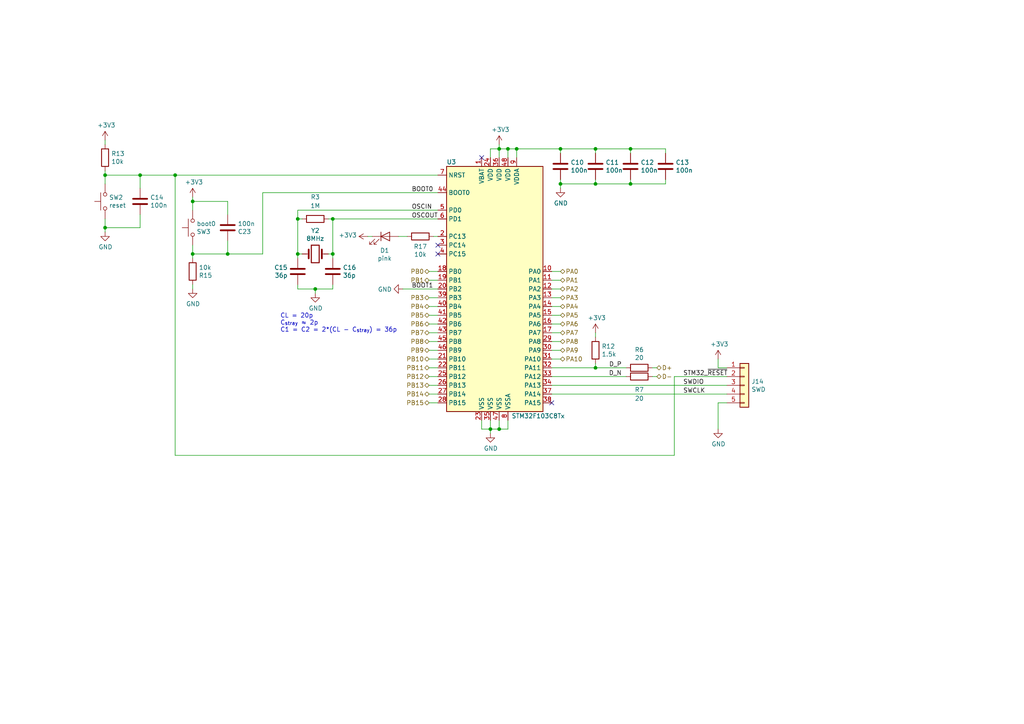
<source format=kicad_sch>
(kicad_sch (version 20200714) (host eeschema "(5.99.0-2360-g1790c536e)")
  (page 1 5)
  (paper "A4")
  (title_block (date "2020-08-29"))
  (lib_symbols
    (symbol "Connector_Generic:Conn_01x05" (pin_names hide)
      (property "Reference" "J" (at 0 7.62 0))
      (property "Value" "Conn_01x05" (at 0 -7.62 0))
      (symbol "Conn_01x05_1_1"
        (rectangle (start -1.27 -4.953) (end 0 -5.207) (stroke (width 0.1524)))
        (rectangle (start -1.27 -2.413) (end 0 -2.667) (stroke (width 0.1524)))
        (rectangle (start -1.27 0.127) (end 0 -0.127) (stroke (width 0.1524)))
        (rectangle (start -1.27 2.667) (end 0 2.413) (stroke (width 0.1524)))
        (rectangle (start -1.27 5.207) (end 0 4.953) (stroke (width 0.1524)))
        (rectangle (start -1.27 6.35) (end 1.27 -6.35) (stroke (width 0.254)) (fill (type background)))
        (pin passive line (at -5.08 5.08 0) (length 3.81) (name "Pin_1") (number "1"))
        (pin passive line (at -5.08 2.54 0) (length 3.81) (name "Pin_2") (number "2"))
        (pin passive line (at -5.08 0 0) (length 3.81) (name "Pin_3") (number "3"))
        (pin passive line (at -5.08 -2.54 0) (length 3.81) (name "Pin_4") (number "4"))
        (pin passive line (at -5.08 -5.08 0) (length 3.81) (name "Pin_5") (number "5"))
      )
    )
    (symbol "Device:C" (pin_numbers hide) (pin_names (offset 0.254))
      (property "Reference" "C" (at 0.635 2.54 0))
      (property "Value" "C" (at 0.635 -2.54 0))
      (symbol "C_0_1"
        (polyline (pts (xy -2.032 -0.762) (xy 2.032 -0.762)) (stroke (width 0.508)))
        (polyline (pts (xy -2.032 0.762) (xy 2.032 0.762)) (stroke (width 0.508)))
      )
      (symbol "C_1_1"
        (pin passive line (at 0 3.81 270) (length 2.794) (name "~") (number "1"))
        (pin passive line (at 0 -3.81 90) (length 2.794) (name "~") (number "2"))
      )
    )
    (symbol "Device:Crystal" (pin_numbers hide) (pin_names hide)
      (property "Reference" "Y" (at 0 3.81 0))
      (property "Value" "Crystal" (at 0 -3.81 0))
      (symbol "Crystal_0_1"
        (rectangle (start -1.143 2.54) (end 1.143 -2.54) (stroke (width 0.3048)))
        (polyline (pts (xy -2.54 0) (xy -1.905 0)))
        (polyline (pts (xy -1.905 -1.27) (xy -1.905 1.27)) (stroke (width 0.508)))
        (polyline (pts (xy 1.905 -1.27) (xy 1.905 1.27)) (stroke (width 0.508)))
        (polyline (pts (xy 2.54 0) (xy 1.905 0)))
      )
      (symbol "Crystal_1_1"
        (pin passive line (at -3.81 0 0) (length 1.27) (name "1") (number "1"))
        (pin passive line (at 3.81 0 180) (length 1.27) (name "2") (number "2"))
      )
    )
    (symbol "Device:LED" (pin_numbers hide) (pin_names hide)
      (property "Reference" "D" (at 0 2.54 0))
      (property "Value" "LED" (at 0 -2.54 0))
      (symbol "LED_0_1"
        (polyline (pts (xy -1.27 -1.27) (xy -1.27 1.27)) (stroke (width 0.2032)))
        (polyline (pts (xy -1.27 0) (xy 1.27 0)))
        (polyline (pts (xy 1.27 -1.27) (xy 1.27 1.27) (xy -1.27 0) (xy 1.27 -1.27)) (stroke (width 0.2032)))
        (polyline (pts (xy -3.048 -0.762) (xy -4.572 -2.286) (xy -3.81 -2.286) (xy -4.572 -2.286) (xy -4.572 -1.524)))
        (polyline (pts (xy -1.778 -0.762) (xy -3.302 -2.286) (xy -2.54 -2.286) (xy -3.302 -2.286) (xy -3.302 -1.524)))
      )
      (symbol "LED_1_1"
        (pin passive line (at -3.81 0 0) (length 2.54) (name "K") (number "1"))
        (pin passive line (at 3.81 0 180) (length 2.54) (name "A") (number "2"))
      )
    )
    (symbol "Device:R" (pin_numbers hide) (pin_names (offset 0))
      (property "Reference" "R" (at 2.032 0 90))
      (property "Value" "R" (at 0 0 90))
      (symbol "R_0_1"
        (rectangle (start -1.016 -2.54) (end 1.016 2.54) (stroke (width 0.254)))
      )
      (symbol "R_1_1"
        (pin passive line (at 0 3.81 270) (length 1.27) (name "~") (number "1"))
        (pin passive line (at 0 -3.81 90) (length 1.27) (name "~") (number "2"))
      )
    )
    (symbol "MCU_ST_STM32F1:STM32F103C8Tx" (pin_names (offset 0.508))
      (property "Reference" "U" (at -15.24 36.83 0))
      (property "Value" "STM32F103C8Tx" (at 7.62 36.83 0))
      (symbol "STM32F103C8Tx_0_1"
        (rectangle (start -15.24 -35.56) (end 12.7 35.56) (stroke (width 0.254)) (fill (type background)))
      )
      (symbol "STM32F103C8Tx_1_1"
        (pin input line (at -17.78 27.94 0) (length 2.54) (name "BOOT0") (number "44"))
        (pin input line (at -17.78 33.02 0) (length 2.54) (name "NRST") (number "7"))
        (pin bidirectional line (at 15.24 5.08 180) (length 2.54) (name "PA0") (number "10"))
        (pin bidirectional line (at 15.24 2.54 180) (length 2.54) (name "PA1") (number "11"))
        (pin bidirectional line (at 15.24 -20.32 180) (length 2.54) (name "PA10") (number "31"))
        (pin bidirectional line (at 15.24 -22.86 180) (length 2.54) (name "PA11") (number "32"))
        (pin bidirectional line (at 15.24 -25.4 180) (length 2.54) (name "PA12") (number "33"))
        (pin bidirectional line (at 15.24 -27.94 180) (length 2.54) (name "PA13") (number "34"))
        (pin bidirectional line (at 15.24 -30.48 180) (length 2.54) (name "PA14") (number "37"))
        (pin bidirectional line (at 15.24 -33.02 180) (length 2.54) (name "PA15") (number "38"))
        (pin bidirectional line (at 15.24 0 180) (length 2.54) (name "PA2") (number "12"))
        (pin bidirectional line (at 15.24 -2.54 180) (length 2.54) (name "PA3") (number "13"))
        (pin bidirectional line (at 15.24 -5.08 180) (length 2.54) (name "PA4") (number "14"))
        (pin bidirectional line (at 15.24 -7.62 180) (length 2.54) (name "PA5") (number "15"))
        (pin bidirectional line (at 15.24 -10.16 180) (length 2.54) (name "PA6") (number "16"))
        (pin bidirectional line (at 15.24 -12.7 180) (length 2.54) (name "PA7") (number "17"))
        (pin bidirectional line (at 15.24 -15.24 180) (length 2.54) (name "PA8") (number "29"))
        (pin bidirectional line (at 15.24 -17.78 180) (length 2.54) (name "PA9") (number "30"))
        (pin bidirectional line (at -17.78 5.08 0) (length 2.54) (name "PB0") (number "18"))
        (pin bidirectional line (at -17.78 2.54 0) (length 2.54) (name "PB1") (number "19"))
        (pin bidirectional line (at -17.78 -20.32 0) (length 2.54) (name "PB10") (number "21"))
        (pin bidirectional line (at -17.78 -22.86 0) (length 2.54) (name "PB11") (number "22"))
        (pin bidirectional line (at -17.78 -25.4 0) (length 2.54) (name "PB12") (number "25"))
        (pin bidirectional line (at -17.78 -27.94 0) (length 2.54) (name "PB13") (number "26"))
        (pin bidirectional line (at -17.78 -30.48 0) (length 2.54) (name "PB14") (number "27"))
        (pin bidirectional line (at -17.78 -33.02 0) (length 2.54) (name "PB15") (number "28"))
        (pin bidirectional line (at -17.78 0 0) (length 2.54) (name "PB2") (number "20"))
        (pin bidirectional line (at -17.78 -2.54 0) (length 2.54) (name "PB3") (number "39"))
        (pin bidirectional line (at -17.78 -5.08 0) (length 2.54) (name "PB4") (number "40"))
        (pin bidirectional line (at -17.78 -7.62 0) (length 2.54) (name "PB5") (number "41"))
        (pin bidirectional line (at -17.78 -10.16 0) (length 2.54) (name "PB6") (number "42"))
        (pin bidirectional line (at -17.78 -12.7 0) (length 2.54) (name "PB7") (number "43"))
        (pin bidirectional line (at -17.78 -15.24 0) (length 2.54) (name "PB8") (number "45"))
        (pin bidirectional line (at -17.78 -17.78 0) (length 2.54) (name "PB9") (number "46"))
        (pin bidirectional line (at -17.78 15.24 0) (length 2.54) (name "PC13") (number "2"))
        (pin bidirectional line (at -17.78 12.7 0) (length 2.54) (name "PC14") (number "3"))
        (pin bidirectional line (at -17.78 10.16 0) (length 2.54) (name "PC15") (number "4"))
        (pin input line (at -17.78 22.86 0) (length 2.54) (name "PD0") (number "5"))
        (pin input line (at -17.78 20.32 0) (length 2.54) (name "PD1") (number "6"))
        (pin power_in line (at -5.08 38.1 270) (length 2.54) (name "VBAT") (number "1"))
        (pin power_in line (at -2.54 38.1 270) (length 2.54) (name "VDD") (number "24"))
        (pin power_in line (at 0 38.1 270) (length 2.54) (name "VDD") (number "36"))
        (pin power_in line (at 2.54 38.1 270) (length 2.54) (name "VDD") (number "48"))
        (pin power_in line (at 5.08 38.1 270) (length 2.54) (name "VDDA") (number "9"))
        (pin power_in line (at -5.08 -38.1 90) (length 2.54) (name "VSS") (number "23"))
        (pin power_in line (at -2.54 -38.1 90) (length 2.54) (name "VSS") (number "35"))
        (pin power_in line (at 0 -38.1 90) (length 2.54) (name "VSS") (number "47"))
        (pin power_in line (at 2.54 -38.1 90) (length 2.54) (name "VSSA") (number "8"))
      )
    )
    (symbol "Switch:SW_Push" (pin_numbers hide) (pin_names hide)
      (property "Reference" "SW" (at 1.27 2.54 0))
      (property "Value" "SW_Push" (at 0 -1.524 0))
      (symbol "SW_Push_0_1"
        (circle (center -2.032 0) (radius 0.508))
        (circle (center 2.032 0) (radius 0.508))
        (polyline (pts (xy 0 1.27) (xy 0 3.048)))
        (polyline (pts (xy 2.54 1.27) (xy -2.54 1.27)))
        (pin passive line (at -5.08 0 0) (length 2.54) (name "1") (number "1"))
        (pin passive line (at 5.08 0 180) (length 2.54) (name "2") (number "2"))
      )
    )
    (symbol "power:+3.3V" (power) (pin_names (offset 0))
      (property "Value" "+3.3V" (at 0 3.556 0))
      (symbol "+3.3V_0_1"
        (polyline (pts (xy -0.762 1.27) (xy 0 2.54)))
        (polyline (pts (xy 0 0) (xy 0 2.54)))
        (polyline (pts (xy 0 2.54) (xy 0.762 1.27)))
      )
      (symbol "+3.3V_1_1"
        (pin power_in line (at 0 0 90) (length 0) hide (name "+3V3") (number "1"))
      )
    )
    (symbol "power:GND" (power) (pin_names (offset 0))
      (property "Value" "GND" (at 0 -3.81 0))
      (symbol "GND_0_1"
        (polyline (pts (xy 0 0) (xy 0 -1.27) (xy 1.27 -1.27) (xy 0 -2.54) (xy -1.27 -1.27) (xy 0 -1.27)))
      )
      (symbol "GND_1_1"
        (pin power_in line (at 0 0 270) (length 0) hide (name "GND") (number "1"))
      )
    )
  )
  (junction (at 30.48 50.8))
  (junction (at 30.48 66.04))
  (junction (at 40.64 50.8))
  (junction (at 50.8 50.8))
  (junction (at 55.88 58.42))
  (junction (at 55.88 73.66))
  (junction (at 66.04 73.66))
  (junction (at 86.36 63.5))
  (junction (at 86.36 73.66))
  (junction (at 91.44 83.82))
  (junction (at 96.52 63.5))
  (junction (at 96.52 73.66))
  (junction (at 142.24 124.46))
  (junction (at 144.78 43.18))
  (junction (at 144.78 124.46))
  (junction (at 147.32 43.18))
  (junction (at 149.86 43.18))
  (junction (at 162.56 43.18))
  (junction (at 162.56 53.34))
  (junction (at 172.72 43.18))
  (junction (at 172.72 53.34))
  (junction (at 172.72 106.68))
  (junction (at 182.88 43.18))
  (junction (at 182.88 53.34))
  (no_connect (at 127 73.66))
  (no_connect (at 127 71.12))
  (no_connect (at 160.02 116.84))
  (no_connect (at 139.7 45.72))
  (wire (pts (xy 30.48 40.64) (xy 30.48 41.91)))
  (wire (pts (xy 30.48 49.53) (xy 30.48 50.8)))
  (wire (pts (xy 30.48 50.8) (xy 30.48 53.34)))
  (wire (pts (xy 30.48 50.8) (xy 40.64 50.8)))
  (wire (pts (xy 30.48 63.5) (xy 30.48 66.04)))
  (wire (pts (xy 30.48 66.04) (xy 30.48 67.31)))
  (wire (pts (xy 30.48 66.04) (xy 40.64 66.04)))
  (wire (pts (xy 40.64 50.8) (xy 40.64 54.61)))
  (wire (pts (xy 40.64 50.8) (xy 50.8 50.8)))
  (wire (pts (xy 40.64 62.23) (xy 40.64 66.04)))
  (wire (pts (xy 50.8 50.8) (xy 50.8 132.08)))
  (wire (pts (xy 50.8 50.8) (xy 127 50.8)))
  (wire (pts (xy 50.8 132.08) (xy 195.58 132.08)))
  (wire (pts (xy 55.88 58.42) (xy 55.88 57.15)))
  (wire (pts (xy 55.88 58.42) (xy 66.04 58.42)))
  (wire (pts (xy 55.88 60.96) (xy 55.88 58.42)))
  (wire (pts (xy 55.88 73.66) (xy 55.88 71.12)))
  (wire (pts (xy 55.88 73.66) (xy 66.04 73.66)))
  (wire (pts (xy 55.88 74.93) (xy 55.88 73.66)))
  (wire (pts (xy 55.88 83.82) (xy 55.88 82.55)))
  (wire (pts (xy 66.04 62.23) (xy 66.04 58.42)))
  (wire (pts (xy 66.04 73.66) (xy 66.04 69.85)))
  (wire (pts (xy 66.04 73.66) (xy 76.2 73.66)))
  (wire (pts (xy 76.2 55.88) (xy 127 55.88)))
  (wire (pts (xy 76.2 73.66) (xy 76.2 55.88)))
  (wire (pts (xy 86.36 60.96) (xy 86.36 63.5)))
  (wire (pts (xy 86.36 60.96) (xy 127 60.96)))
  (wire (pts (xy 86.36 63.5) (xy 86.36 73.66)))
  (wire (pts (xy 86.36 73.66) (xy 86.36 74.93)))
  (wire (pts (xy 86.36 73.66) (xy 87.63 73.66)))
  (wire (pts (xy 86.36 82.55) (xy 86.36 83.82)))
  (wire (pts (xy 86.36 83.82) (xy 91.44 83.82)))
  (wire (pts (xy 87.63 63.5) (xy 86.36 63.5)))
  (wire (pts (xy 91.44 83.82) (xy 91.44 85.09)))
  (wire (pts (xy 91.44 83.82) (xy 96.52 83.82)))
  (wire (pts (xy 95.25 63.5) (xy 96.52 63.5)))
  (wire (pts (xy 95.25 73.66) (xy 96.52 73.66)))
  (wire (pts (xy 96.52 63.5) (xy 96.52 73.66)))
  (wire (pts (xy 96.52 63.5) (xy 127 63.5)))
  (wire (pts (xy 96.52 73.66) (xy 96.52 74.93)))
  (wire (pts (xy 96.52 83.82) (xy 96.52 82.55)))
  (wire (pts (xy 106.68 68.58) (xy 107.95 68.58)))
  (wire (pts (xy 116.84 83.82) (xy 127 83.82)))
  (wire (pts (xy 118.11 68.58) (xy 115.57 68.58)))
  (wire (pts (xy 124.46 78.74) (xy 127 78.74)))
  (wire (pts (xy 124.46 81.28) (xy 127 81.28)))
  (wire (pts (xy 124.46 86.36) (xy 127 86.36)))
  (wire (pts (xy 124.46 88.9) (xy 127 88.9)))
  (wire (pts (xy 124.46 91.44) (xy 127 91.44)))
  (wire (pts (xy 124.46 93.98) (xy 127 93.98)))
  (wire (pts (xy 124.46 96.52) (xy 127 96.52)))
  (wire (pts (xy 124.46 99.06) (xy 127 99.06)))
  (wire (pts (xy 124.46 101.6) (xy 127 101.6)))
  (wire (pts (xy 124.46 104.14) (xy 127 104.14)))
  (wire (pts (xy 124.46 106.68) (xy 127 106.68)))
  (wire (pts (xy 124.46 109.22) (xy 127 109.22)))
  (wire (pts (xy 124.46 111.76) (xy 127 111.76)))
  (wire (pts (xy 124.46 114.3) (xy 127 114.3)))
  (wire (pts (xy 124.46 116.84) (xy 127 116.84)))
  (wire (pts (xy 125.73 68.58) (xy 127 68.58)))
  (wire (pts (xy 139.7 121.92) (xy 139.7 124.46)))
  (wire (pts (xy 139.7 124.46) (xy 142.24 124.46)))
  (wire (pts (xy 142.24 43.18) (xy 142.24 45.72)))
  (wire (pts (xy 142.24 43.18) (xy 144.78 43.18)))
  (wire (pts (xy 142.24 121.92) (xy 142.24 124.46)))
  (wire (pts (xy 142.24 124.46) (xy 142.24 125.73)))
  (wire (pts (xy 142.24 124.46) (xy 144.78 124.46)))
  (wire (pts (xy 144.78 41.91) (xy 144.78 43.18)))
  (wire (pts (xy 144.78 43.18) (xy 144.78 45.72)))
  (wire (pts (xy 144.78 43.18) (xy 147.32 43.18)))
  (wire (pts (xy 144.78 121.92) (xy 144.78 124.46)))
  (wire (pts (xy 144.78 124.46) (xy 147.32 124.46)))
  (wire (pts (xy 147.32 43.18) (xy 147.32 45.72)))
  (wire (pts (xy 147.32 43.18) (xy 149.86 43.18)))
  (wire (pts (xy 147.32 121.92) (xy 147.32 124.46)))
  (wire (pts (xy 149.86 43.18) (xy 149.86 45.72)))
  (wire (pts (xy 149.86 43.18) (xy 162.56 43.18)))
  (wire (pts (xy 160.02 78.74) (xy 162.56 78.74)))
  (wire (pts (xy 160.02 81.28) (xy 162.56 81.28)))
  (wire (pts (xy 160.02 83.82) (xy 162.56 83.82)))
  (wire (pts (xy 160.02 86.36) (xy 162.56 86.36)))
  (wire (pts (xy 160.02 88.9) (xy 162.56 88.9)))
  (wire (pts (xy 160.02 91.44) (xy 162.56 91.44)))
  (wire (pts (xy 160.02 93.98) (xy 162.56 93.98)))
  (wire (pts (xy 160.02 96.52) (xy 162.56 96.52)))
  (wire (pts (xy 160.02 99.06) (xy 162.56 99.06)))
  (wire (pts (xy 160.02 101.6) (xy 162.56 101.6)))
  (wire (pts (xy 160.02 104.14) (xy 162.56 104.14)))
  (wire (pts (xy 160.02 106.68) (xy 172.72 106.68)))
  (wire (pts (xy 160.02 109.22) (xy 181.61 109.22)))
  (wire (pts (xy 160.02 111.76) (xy 210.82 111.76)))
  (wire (pts (xy 160.02 114.3) (xy 210.82 114.3)))
  (wire (pts (xy 162.56 43.18) (xy 172.72 43.18)))
  (wire (pts (xy 162.56 44.45) (xy 162.56 43.18)))
  (wire (pts (xy 162.56 52.07) (xy 162.56 53.34)))
  (wire (pts (xy 162.56 53.34) (xy 162.56 54.61)))
  (wire (pts (xy 162.56 53.34) (xy 172.72 53.34)))
  (wire (pts (xy 172.72 43.18) (xy 182.88 43.18)))
  (wire (pts (xy 172.72 44.45) (xy 172.72 43.18)))
  (wire (pts (xy 172.72 52.07) (xy 172.72 53.34)))
  (wire (pts (xy 172.72 53.34) (xy 182.88 53.34)))
  (wire (pts (xy 172.72 96.52) (xy 172.72 97.79)))
  (wire (pts (xy 172.72 105.41) (xy 172.72 106.68)))
  (wire (pts (xy 172.72 106.68) (xy 181.61 106.68)))
  (wire (pts (xy 182.88 43.18) (xy 182.88 44.45)))
  (wire (pts (xy 182.88 43.18) (xy 193.04 43.18)))
  (wire (pts (xy 182.88 52.07) (xy 182.88 53.34)))
  (wire (pts (xy 182.88 53.34) (xy 193.04 53.34)))
  (wire (pts (xy 189.23 106.68) (xy 190.5 106.68)))
  (wire (pts (xy 189.23 109.22) (xy 190.5 109.22)))
  (wire (pts (xy 193.04 43.18) (xy 193.04 44.45)))
  (wire (pts (xy 193.04 53.34) (xy 193.04 52.07)))
  (wire (pts (xy 195.58 109.22) (xy 210.82 109.22)))
  (wire (pts (xy 195.58 132.08) (xy 195.58 109.22)))
  (wire (pts (xy 208.28 104.14) (xy 208.28 106.68)))
  (wire (pts (xy 208.28 106.68) (xy 210.82 106.68)))
  (wire (pts (xy 208.28 116.84) (xy 208.28 124.46)))
  (wire (pts (xy 208.28 116.84) (xy 210.82 116.84)))
  (text "CL = 20p\nC_{stray} ≈ 2p\nC1 = C2 = 2*(CL - C_{stray}) = 36p\n" (at 81.28 96.52 0) (effects (font (size 1.27 1.27)) (justify left bottom)))
  (label "BOOT0" (at 119.38 55.88 0))
  (label "OSCIN" (at 119.38 60.96 0))
  (label "OSCOUT" (at 119.38 63.5 0))
  (label "BOOT1" (at 119.38 83.82 0))
  (label "D_P" (at 180.34 106.68 180))
  (label "D_N" (at 180.34 109.22 180))
  (label "STM32_~RESET~" (at 198.12 109.22 0))
  (label "SWDIO" (at 198.12 111.76 0))
  (label "SWCLK" (at 198.12 114.3 0))
  (hierarchical_label "PB0" (shape bidirectional) (at 124.46 78.74 180))
  (hierarchical_label "PB1" (shape bidirectional) (at 124.46 81.28 180))
  (hierarchical_label "PB3" (shape bidirectional) (at 124.46 86.36 180))
  (hierarchical_label "PB4" (shape bidirectional) (at 124.46 88.9 180))
  (hierarchical_label "PB5" (shape bidirectional) (at 124.46 91.44 180))
  (hierarchical_label "PB6" (shape bidirectional) (at 124.46 93.98 180))
  (hierarchical_label "PB7" (shape bidirectional) (at 124.46 96.52 180))
  (hierarchical_label "PB8" (shape bidirectional) (at 124.46 99.06 180))
  (hierarchical_label "PB9" (shape bidirectional) (at 124.46 101.6 180))
  (hierarchical_label "PB10" (shape bidirectional) (at 124.46 104.14 180))
  (hierarchical_label "PB11" (shape bidirectional) (at 124.46 106.68 180))
  (hierarchical_label "PB12" (shape bidirectional) (at 124.46 109.22 180))
  (hierarchical_label "PB13" (shape bidirectional) (at 124.46 111.76 180))
  (hierarchical_label "PB14" (shape bidirectional) (at 124.46 114.3 180))
  (hierarchical_label "PB15" (shape bidirectional) (at 124.46 116.84 180))
  (hierarchical_label "PA0" (shape bidirectional) (at 162.56 78.74 0))
  (hierarchical_label "PA1" (shape bidirectional) (at 162.56 81.28 0))
  (hierarchical_label "PA2" (shape bidirectional) (at 162.56 83.82 0))
  (hierarchical_label "PA3" (shape bidirectional) (at 162.56 86.36 0))
  (hierarchical_label "PA4" (shape bidirectional) (at 162.56 88.9 0))
  (hierarchical_label "PA5" (shape bidirectional) (at 162.56 91.44 0))
  (hierarchical_label "PA6" (shape bidirectional) (at 162.56 93.98 0))
  (hierarchical_label "PA7" (shape bidirectional) (at 162.56 96.52 0))
  (hierarchical_label "PA8" (shape bidirectional) (at 162.56 99.06 0))
  (hierarchical_label "PA9" (shape bidirectional) (at 162.56 101.6 0))
  (hierarchical_label "PA10" (shape bidirectional) (at 162.56 104.14 0))
  (hierarchical_label "D+" (shape bidirectional) (at 190.5 106.68 0))
  (hierarchical_label "D-" (shape bidirectional) (at 190.5 109.22 0))
  (symbol (lib_id "power:+3.3V") (at 30.48 40.64 0) (unit 1)
    (property "Reference" "#PWR0178" (effects hide))
    (property "Value" "+3.3V" (at 30.8483 36.3156 0))
  )
  (symbol (lib_id "power:+3.3V") (at 55.88 57.15 0) (unit 1)
    (property "Reference" "#PWR0203" (effects hide))
    (property "Value" "+3.3V" (at 56.2483 52.8256 0))
  )
  (symbol (lib_id "power:+3.3V") (at 106.68 68.58 90) (unit 1)
    (property "Reference" "#PWR0147" (effects hide))
    (property "Value" "+3.3V" (at 103.5049 68.2117 90) (effects (justify left)))
  )
  (symbol (lib_id "power:+3.3V") (at 144.78 41.91 0) (unit 1)
    (property "Reference" "#PWR0175" (effects hide))
    (property "Value" "+3.3V" (at 145.1483 37.5856 0))
  )
  (symbol (lib_id "power:+3.3V") (at 172.72 96.52 0) (unit 1)
    (property "Reference" "#PWR0177" (effects hide))
    (property "Value" "+3.3V" (at 173.0883 92.1956 0))
  )
  (symbol (lib_id "power:+3.3V") (at 208.28 104.14 0) (unit 1)
    (property "Reference" "#PWR0157" (effects hide))
    (property "Value" "+3.3V" (at 208.6483 99.8156 0))
  )
  (symbol (lib_id "power:GND") (at 30.48 67.31 0) (unit 1)
    (property "Reference" "#PWR0179" (effects hide))
    (property "Value" "GND" (at 30.5943 71.6344 0))
  )
  (symbol (lib_id "power:GND") (at 55.88 83.82 0) (unit 1)
    (property "Reference" "#PWR0204" (effects hide))
    (property "Value" "GND" (at 55.9943 88.1444 0))
  )
  (symbol (lib_id "power:GND") (at 91.44 85.09 0) (unit 1)
    (property "Reference" "#PWR0185" (effects hide))
    (property "Value" "GND" (at 91.5543 89.4144 0))
  )
  (symbol (lib_id "power:GND") (at 116.84 83.82 270) (unit 1)
    (property "Reference" "#PWR0202" (effects hide))
    (property "Value" "GND" (at 113.665 83.9343 90) (effects (justify right)))
  )
  (symbol (lib_id "power:GND") (at 142.24 125.73 0) (unit 1)
    (property "Reference" "#PWR0150" (effects hide))
    (property "Value" "GND" (at 142.3543 130.0544 0))
  )
  (symbol (lib_id "power:GND") (at 162.56 54.61 0) (unit 1)
    (property "Reference" "#PWR0176" (effects hide))
    (property "Value" "GND" (at 162.6743 58.9344 0))
  )
  (symbol (lib_id "power:GND") (at 208.28 124.46 0) (unit 1)
    (property "Reference" "#PWR0151" (effects hide))
    (property "Value" "GND" (at 208.3943 128.7844 0))
  )
  (symbol (lib_id "Device:R") (at 30.48 45.72 180) (unit 1)
    (property "Reference" "R13" (at 32.2581 44.5706 0) (effects (justify right)))
    (property "Value" "10k" (at 32.2581 46.8693 0) (effects (justify right)))
    (property "Footprint" "Resistor_SMD:R_0603_1608Metric_Icon" (effects hide))
  )
  (symbol (lib_id "Device:R") (at 55.88 78.74 0) (mirror y) (unit 1)
    (property "Reference" "R15" (at 57.6581 79.8894 0) (effects (justify right)))
    (property "Value" "10k" (at 57.6581 77.5907 0) (effects (justify right)))
    (property "Footprint" "Resistor_SMD:R_0603_1608Metric_Icon" (effects hide))
  )
  (symbol (lib_id "Device:R") (at 91.44 63.5 90) (unit 1)
    (property "Reference" "R3" (at 91.44 57.15 90))
    (property "Value" "1M" (at 91.44 59.69 90))
    (property "Footprint" "Resistor_SMD:R_0603_1608Metric_Icon" (effects hide))
  )
  (symbol (lib_id "Device:R") (at 121.92 68.58 270) (unit 1)
    (property "Reference" "R17" (at 121.92 71.5074 90))
    (property "Value" "10k" (at 121.92 73.8061 90))
    (property "Footprint" "Resistor_SMD:R_0603_1608Metric_Icon" (effects hide))
  )
  (symbol (lib_id "Device:R") (at 172.72 101.6 180) (unit 1)
    (property "Reference" "R12" (at 174.4981 100.4506 0) (effects (justify right)))
    (property "Value" "1.5k" (at 174.498 102.749 0) (effects (justify right)))
    (property "Footprint" "Resistor_SMD:R_0603_1608Metric_Icon" (effects hide))
  )
  (symbol (lib_id "Device:R") (at 185.42 106.68 90) (mirror x) (unit 1)
    (property "Reference" "R6" (at 185.42 101.4538 90))
    (property "Value" "20" (at 185.42 103.7525 90))
    (property "Footprint" "Resistor_SMD:R_0603_1608Metric_Icon" (effects hide))
  )
  (symbol (lib_id "Device:R") (at 185.42 109.22 270) (unit 1)
    (property "Reference" "R7" (at 185.42 113.03 90))
    (property "Value" "20" (at 185.42 115.57 90))
    (property "Footprint" "Resistor_SMD:R_0603_1608Metric_Icon" (effects hide))
  )
  (symbol (lib_id "Device:LED") (at 111.76 68.58 0) (unit 1)
    (property "Reference" "D1" (at 111.5695 72.6504 0))
    (property "Value" "pink" (at 111.57 74.949 0))
    (property "Footprint" "LED_SMD:LED_0603_1608Metric" (effects hide))
  )
  (symbol (lib_id "Device:C") (at 40.64 58.42 0) (mirror x) (unit 1)
    (property "Reference" "C14" (at 43.5611 57.2706 0) (effects (justify left)))
    (property "Value" "100n" (at 43.5611 59.5693 0) (effects (justify left)))
    (property "Footprint" "Capacitor_SMD:C_0603_1608Metric_Icon" (effects hide))
  )
  (symbol (lib_id "Device:C") (at 66.04 66.04 0) (unit 1)
    (property "Reference" "C23" (at 68.9611 67.1894 0) (effects (justify left)))
    (property "Value" "100n" (at 68.9611 64.8907 0) (effects (justify left)))
    (property "Footprint" "Capacitor_SMD:C_0603_1608Metric_Icon" (effects hide))
  )
  (symbol (lib_id "Device:C") (at 86.36 78.74 0) (mirror x) (unit 1)
    (property "Reference" "C15" (at 83.4389 77.5906 0) (effects (justify right)))
    (property "Value" "36p" (at 83.4389 79.8893 0) (effects (justify right)))
    (property "Footprint" "Capacitor_SMD:C_0603_1608Metric_Icon" (effects hide))
  )
  (symbol (lib_id "Device:C") (at 96.52 78.74 0) (mirror x) (unit 1)
    (property "Reference" "C16" (at 99.4411 77.5906 0) (effects (justify left)))
    (property "Value" "36p" (at 99.441 79.889 0) (effects (justify left)))
    (property "Footprint" "Capacitor_SMD:C_0603_1608Metric_Icon" (effects hide))
  )
  (symbol (lib_id "Device:C") (at 162.56 48.26 0) (mirror x) (unit 1)
    (property "Reference" "C10" (at 165.4811 47.1106 0) (effects (justify left)))
    (property "Value" "100n" (at 165.4811 49.4093 0) (effects (justify left)))
    (property "Footprint" "Capacitor_SMD:C_0603_1608Metric_Icon" (effects hide))
  )
  (symbol (lib_id "Device:C") (at 172.72 48.26 0) (mirror x) (unit 1)
    (property "Reference" "C11" (at 175.6411 47.1106 0) (effects (justify left)))
    (property "Value" "100n" (at 175.6411 49.4093 0) (effects (justify left)))
    (property "Footprint" "Capacitor_SMD:C_0603_1608Metric_Icon" (effects hide))
  )
  (symbol (lib_id "Device:C") (at 182.88 48.26 0) (mirror x) (unit 1)
    (property "Reference" "C12" (at 185.8011 47.1106 0) (effects (justify left)))
    (property "Value" "100n" (at 185.8011 49.4093 0) (effects (justify left)))
    (property "Footprint" "Capacitor_SMD:C_0603_1608Metric_Icon" (effects hide))
  )
  (symbol (lib_id "Device:C") (at 193.04 48.26 0) (mirror x) (unit 1)
    (property "Reference" "C13" (at 195.9611 47.1106 0) (effects (justify left)))
    (property "Value" "100n" (at 195.9611 49.4093 0) (effects (justify left)))
    (property "Footprint" "Capacitor_SMD:C_0603_1608Metric_Icon" (effects hide))
  )
  (symbol (lib_id "Switch:SW_Push") (at 30.48 58.42 90) (unit 1)
    (property "Reference" "SW2" (at 31.6231 57.2706 90) (effects (justify right)))
    (property "Value" "reset" (at 31.6231 59.5693 90) (effects (justify right)))
    (property "Footprint" "Button_Switch_SMD:SW_SPST_CK_RS282G05A3" (effects hide))
  )
  (symbol (lib_id "Switch:SW_Push") (at 55.88 66.04 90) (mirror x) (unit 1)
    (property "Reference" "SW3" (at 57.0231 67.1894 90) (effects (justify right)))
    (property "Value" "boot0" (at 57.023 64.891 90) (effects (justify right)))
    (property "Footprint" "Button_Switch_SMD:SW_SPST_CK_RS282G05A3" (effects hide))
  )
  (symbol (lib_id "Device:Crystal") (at 91.44 73.66 0) (unit 1)
    (property "Reference" "Y2" (at 91.44 66.8844 0))
    (property "Value" "8MHz" (at 91.44 69.183 0))
    (property "Footprint" "Crystal:Crystal_SMD_HC49-SD" (effects hide))
    (property "Datasheet" "https://datasheet.lcsc.com/szlcsc/1810251524_ECEC-ZheJiang-E-ast-Crystal-Elec-C08000J060_C259040.pdf" (effects hide))
    (property "MPN" "C08000J060" (effects hide))
  )
  (symbol (lib_id "Connector_Generic:Conn_01x05") (at 215.9 111.76 0) (unit 1)
    (property "Reference" "J14" (at 217.9321 110.6614 0) (effects (justify left)))
    (property "Value" "SWD" (at 217.932 112.96 0) (effects (justify left)))
    (property "Footprint" "Connector_PinSocket_2.54mm:PinSocket_1x05_P2.54mm_Vertical" (effects hide))
  )
  (symbol (lib_id "MCU_ST_STM32F1:STM32F103C8Tx") (at 144.78 83.82 0) (unit 1)
    (property "Reference" "U3" (at 129.54 46.99 0) (effects (justify left)))
    (property "Value" "STM32F103C8Tx" (at 163.83 120.65 0) (effects (justify right)))
    (property "Footprint" "Package_QFP:LQFP-48_7x7mm_P0.5mm" (effects hide))
    (property "Datasheet" "http://www.st.com/st-web-ui/static/active/en/resource/technical/document/datasheet/CD00161566.pdf" (effects hide))
  )
)
</source>
